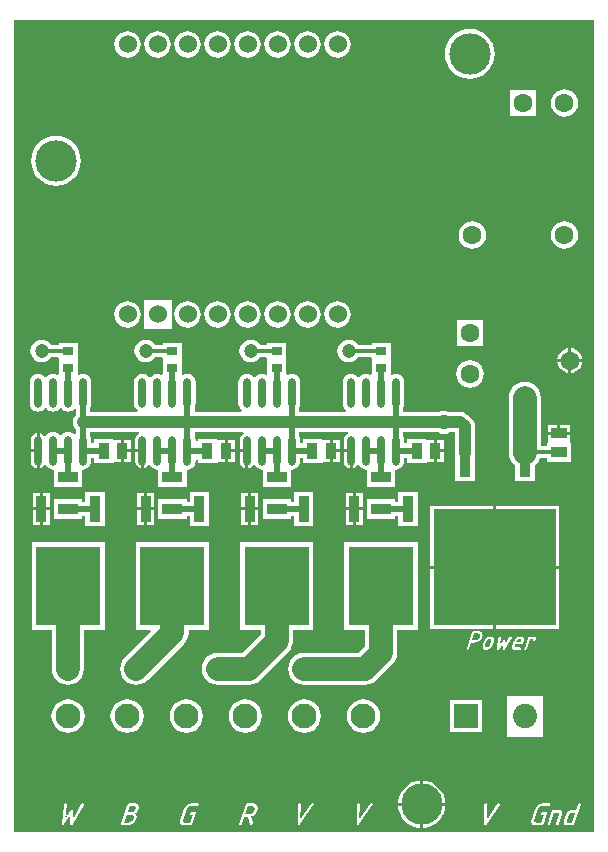
<source format=gtl>
G04*
G04 #@! TF.GenerationSoftware,Altium Limited,Altium Designer,18.0.9 (584)*
G04*
G04 Layer_Physical_Order=1*
G04 Layer_Color=255*
%FSLAX43Y43*%
%MOMM*%
G71*
G01*
G75*
%ADD10R,1.350X0.950*%
%ADD11O,0.700X2.500*%
%ADD12R,10.400X9.900*%
%ADD13R,0.950X4.150*%
%ADD14R,0.900X0.700*%
%ADD15R,1.700X0.950*%
%ADD16R,0.950X1.350*%
%ADD17R,0.950X2.200*%
%ADD18R,5.500X6.700*%
%ADD19C,0.300*%
%ADD20C,2.000*%
%ADD21C,1.000*%
%ADD22C,0.500*%
%ADD23C,3.500*%
%ADD24C,1.600*%
%ADD25C,2.050*%
%ADD26R,2.050X2.050*%
%ADD27C,1.524*%
%ADD28C,2.100*%
%ADD29C,1.270*%
%ADD30C,1.500*%
%ADD31C,1.200*%
G36*
X49715Y660D02*
X660D01*
X660Y69365D01*
X49715D01*
X49715Y660D01*
D02*
G37*
%LPC*%
G36*
X28025Y68447D02*
X27735Y68408D01*
X27464Y68296D01*
X27232Y68118D01*
X27054Y67886D01*
X26942Y67615D01*
X26903Y67325D01*
X26942Y67035D01*
X27054Y66764D01*
X27232Y66532D01*
X27464Y66354D01*
X27735Y66242D01*
X28025Y66203D01*
X28315Y66242D01*
X28586Y66354D01*
X28818Y66532D01*
X28996Y66764D01*
X29108Y67035D01*
X29147Y67325D01*
X29108Y67615D01*
X28996Y67886D01*
X28818Y68118D01*
X28586Y68296D01*
X28315Y68408D01*
X28025Y68447D01*
D02*
G37*
G36*
X25485D02*
X25195Y68408D01*
X24924Y68296D01*
X24692Y68118D01*
X24514Y67886D01*
X24402Y67615D01*
X24363Y67325D01*
X24402Y67035D01*
X24514Y66764D01*
X24692Y66532D01*
X24924Y66354D01*
X25195Y66242D01*
X25485Y66203D01*
X25775Y66242D01*
X26046Y66354D01*
X26278Y66532D01*
X26456Y66764D01*
X26568Y67035D01*
X26607Y67325D01*
X26568Y67615D01*
X26456Y67886D01*
X26278Y68118D01*
X26046Y68296D01*
X25775Y68408D01*
X25485Y68447D01*
D02*
G37*
G36*
X22945D02*
X22655Y68408D01*
X22384Y68296D01*
X22152Y68118D01*
X21974Y67886D01*
X21862Y67615D01*
X21823Y67325D01*
X21862Y67035D01*
X21974Y66764D01*
X22152Y66532D01*
X22384Y66354D01*
X22655Y66242D01*
X22945Y66203D01*
X23235Y66242D01*
X23506Y66354D01*
X23738Y66532D01*
X23916Y66764D01*
X24028Y67035D01*
X24067Y67325D01*
X24028Y67615D01*
X23916Y67886D01*
X23738Y68118D01*
X23506Y68296D01*
X23235Y68408D01*
X22945Y68447D01*
D02*
G37*
G36*
X20405D02*
X20115Y68408D01*
X19844Y68296D01*
X19612Y68118D01*
X19434Y67886D01*
X19322Y67615D01*
X19283Y67325D01*
X19322Y67035D01*
X19434Y66764D01*
X19612Y66532D01*
X19844Y66354D01*
X20115Y66242D01*
X20405Y66203D01*
X20695Y66242D01*
X20966Y66354D01*
X21198Y66532D01*
X21376Y66764D01*
X21488Y67035D01*
X21527Y67325D01*
X21488Y67615D01*
X21376Y67886D01*
X21198Y68118D01*
X20966Y68296D01*
X20695Y68408D01*
X20405Y68447D01*
D02*
G37*
G36*
X17865D02*
X17575Y68408D01*
X17304Y68296D01*
X17072Y68118D01*
X16894Y67886D01*
X16782Y67615D01*
X16743Y67325D01*
X16782Y67035D01*
X16894Y66764D01*
X17072Y66532D01*
X17304Y66354D01*
X17575Y66242D01*
X17865Y66203D01*
X18155Y66242D01*
X18426Y66354D01*
X18658Y66532D01*
X18836Y66764D01*
X18948Y67035D01*
X18987Y67325D01*
X18948Y67615D01*
X18836Y67886D01*
X18658Y68118D01*
X18426Y68296D01*
X18155Y68408D01*
X17865Y68447D01*
D02*
G37*
G36*
X15325D02*
X15035Y68408D01*
X14764Y68296D01*
X14532Y68118D01*
X14354Y67886D01*
X14242Y67615D01*
X14203Y67325D01*
X14242Y67035D01*
X14354Y66764D01*
X14532Y66532D01*
X14764Y66354D01*
X15035Y66242D01*
X15325Y66203D01*
X15615Y66242D01*
X15886Y66354D01*
X16118Y66532D01*
X16296Y66764D01*
X16408Y67035D01*
X16447Y67325D01*
X16408Y67615D01*
X16296Y67886D01*
X16118Y68118D01*
X15886Y68296D01*
X15615Y68408D01*
X15325Y68447D01*
D02*
G37*
G36*
X12785D02*
X12495Y68408D01*
X12224Y68296D01*
X11992Y68118D01*
X11814Y67886D01*
X11702Y67615D01*
X11663Y67325D01*
X11702Y67035D01*
X11814Y66764D01*
X11992Y66532D01*
X12224Y66354D01*
X12495Y66242D01*
X12785Y66203D01*
X13075Y66242D01*
X13346Y66354D01*
X13578Y66532D01*
X13756Y66764D01*
X13868Y67035D01*
X13907Y67325D01*
X13868Y67615D01*
X13756Y67886D01*
X13578Y68118D01*
X13346Y68296D01*
X13075Y68408D01*
X12785Y68447D01*
D02*
G37*
G36*
X10245D02*
X9955Y68408D01*
X9684Y68296D01*
X9452Y68118D01*
X9274Y67886D01*
X9162Y67615D01*
X9123Y67325D01*
X9162Y67035D01*
X9274Y66764D01*
X9452Y66532D01*
X9684Y66354D01*
X9955Y66242D01*
X10245Y66203D01*
X10535Y66242D01*
X10806Y66354D01*
X11038Y66532D01*
X11216Y66764D01*
X11328Y67035D01*
X11367Y67325D01*
X11328Y67615D01*
X11216Y67886D01*
X11038Y68118D01*
X10806Y68296D01*
X10535Y68408D01*
X10245Y68447D01*
D02*
G37*
G36*
X39200Y68635D02*
X38788Y68595D01*
X38392Y68475D01*
X38028Y68280D01*
X37708Y68017D01*
X37445Y67697D01*
X37250Y67333D01*
X37130Y66937D01*
X37090Y66525D01*
X37130Y66113D01*
X37250Y65717D01*
X37445Y65353D01*
X37708Y65033D01*
X38028Y64770D01*
X38392Y64575D01*
X38788Y64455D01*
X39200Y64415D01*
X39612Y64455D01*
X40008Y64575D01*
X40372Y64770D01*
X40692Y65033D01*
X40955Y65353D01*
X41150Y65717D01*
X41270Y66113D01*
X41310Y66525D01*
X41270Y66937D01*
X41150Y67333D01*
X40955Y67697D01*
X40692Y68017D01*
X40372Y68280D01*
X40008Y68475D01*
X39612Y68595D01*
X39200Y68635D01*
D02*
G37*
G36*
X44850Y63450D02*
X42600D01*
Y61250D01*
X44850D01*
Y63450D01*
D02*
G37*
G36*
X47225Y63510D02*
X46925Y63470D01*
X46645Y63355D01*
X46405Y63170D01*
X46220Y62930D01*
X46105Y62650D01*
X46065Y62350D01*
X46105Y62050D01*
X46220Y61770D01*
X46405Y61530D01*
X46645Y61345D01*
X46925Y61230D01*
X47225Y61190D01*
X47525Y61230D01*
X47805Y61345D01*
X48045Y61530D01*
X48230Y61770D01*
X48345Y62050D01*
X48385Y62350D01*
X48345Y62650D01*
X48230Y62930D01*
X48045Y63170D01*
X47805Y63355D01*
X47525Y63470D01*
X47225Y63510D01*
D02*
G37*
G36*
X4175Y59585D02*
X3763Y59545D01*
X3367Y59425D01*
X3003Y59230D01*
X2683Y58967D01*
X2420Y58647D01*
X2225Y58283D01*
X2105Y57887D01*
X2065Y57475D01*
X2105Y57063D01*
X2225Y56667D01*
X2420Y56303D01*
X2683Y55983D01*
X3003Y55720D01*
X3367Y55525D01*
X3763Y55405D01*
X4175Y55365D01*
X4587Y55405D01*
X4983Y55525D01*
X5347Y55720D01*
X5667Y55983D01*
X5930Y56303D01*
X6125Y56667D01*
X6245Y57063D01*
X6285Y57475D01*
X6245Y57887D01*
X6125Y58283D01*
X5930Y58647D01*
X5667Y58967D01*
X5347Y59230D01*
X4983Y59425D01*
X4587Y59545D01*
X4175Y59585D01*
D02*
G37*
G36*
X47225Y52335D02*
X46925Y52295D01*
X46645Y52180D01*
X46405Y51995D01*
X46220Y51755D01*
X46105Y51475D01*
X46065Y51175D01*
X46105Y50875D01*
X46220Y50595D01*
X46405Y50355D01*
X46645Y50170D01*
X46925Y50055D01*
X47225Y50015D01*
X47525Y50055D01*
X47805Y50170D01*
X48045Y50355D01*
X48230Y50595D01*
X48345Y50875D01*
X48385Y51175D01*
X48345Y51475D01*
X48230Y51755D01*
X48045Y51995D01*
X47805Y52180D01*
X47525Y52295D01*
X47225Y52335D01*
D02*
G37*
G36*
X39425D02*
X39125Y52295D01*
X38845Y52180D01*
X38605Y51995D01*
X38420Y51755D01*
X38305Y51475D01*
X38265Y51175D01*
X38305Y50875D01*
X38420Y50595D01*
X38605Y50355D01*
X38845Y50170D01*
X39125Y50055D01*
X39425Y50015D01*
X39725Y50055D01*
X40005Y50170D01*
X40245Y50355D01*
X40430Y50595D01*
X40545Y50875D01*
X40585Y51175D01*
X40545Y51475D01*
X40430Y51755D01*
X40245Y51995D01*
X40005Y52180D01*
X39725Y52295D01*
X39425Y52335D01*
D02*
G37*
G36*
X28025Y45587D02*
X27735Y45548D01*
X27464Y45436D01*
X27232Y45258D01*
X27054Y45026D01*
X26942Y44755D01*
X26903Y44465D01*
X26942Y44175D01*
X27054Y43904D01*
X27232Y43672D01*
X27464Y43494D01*
X27735Y43382D01*
X28025Y43343D01*
X28315Y43382D01*
X28586Y43494D01*
X28818Y43672D01*
X28996Y43904D01*
X29108Y44175D01*
X29147Y44465D01*
X29108Y44755D01*
X28996Y45026D01*
X28818Y45258D01*
X28586Y45436D01*
X28315Y45548D01*
X28025Y45587D01*
D02*
G37*
G36*
X25485D02*
X25195Y45548D01*
X24924Y45436D01*
X24692Y45258D01*
X24514Y45026D01*
X24402Y44755D01*
X24363Y44465D01*
X24402Y44175D01*
X24514Y43904D01*
X24692Y43672D01*
X24924Y43494D01*
X25195Y43382D01*
X25485Y43343D01*
X25775Y43382D01*
X26046Y43494D01*
X26278Y43672D01*
X26456Y43904D01*
X26568Y44175D01*
X26607Y44465D01*
X26568Y44755D01*
X26456Y45026D01*
X26278Y45258D01*
X26046Y45436D01*
X25775Y45548D01*
X25485Y45587D01*
D02*
G37*
G36*
X22945D02*
X22655Y45548D01*
X22384Y45436D01*
X22152Y45258D01*
X21974Y45026D01*
X21862Y44755D01*
X21823Y44465D01*
X21862Y44175D01*
X21974Y43904D01*
X22152Y43672D01*
X22384Y43494D01*
X22655Y43382D01*
X22945Y43343D01*
X23235Y43382D01*
X23506Y43494D01*
X23738Y43672D01*
X23916Y43904D01*
X24028Y44175D01*
X24067Y44465D01*
X24028Y44755D01*
X23916Y45026D01*
X23738Y45258D01*
X23506Y45436D01*
X23235Y45548D01*
X22945Y45587D01*
D02*
G37*
G36*
X20405D02*
X20115Y45548D01*
X19844Y45436D01*
X19612Y45258D01*
X19434Y45026D01*
X19322Y44755D01*
X19283Y44465D01*
X19322Y44175D01*
X19434Y43904D01*
X19612Y43672D01*
X19844Y43494D01*
X20115Y43382D01*
X20405Y43343D01*
X20695Y43382D01*
X20966Y43494D01*
X21198Y43672D01*
X21376Y43904D01*
X21488Y44175D01*
X21527Y44465D01*
X21488Y44755D01*
X21376Y45026D01*
X21198Y45258D01*
X20966Y45436D01*
X20695Y45548D01*
X20405Y45587D01*
D02*
G37*
G36*
X17865D02*
X17575Y45548D01*
X17304Y45436D01*
X17072Y45258D01*
X16894Y45026D01*
X16782Y44755D01*
X16743Y44465D01*
X16782Y44175D01*
X16894Y43904D01*
X17072Y43672D01*
X17304Y43494D01*
X17575Y43382D01*
X17865Y43343D01*
X18155Y43382D01*
X18426Y43494D01*
X18658Y43672D01*
X18836Y43904D01*
X18948Y44175D01*
X18987Y44465D01*
X18948Y44755D01*
X18836Y45026D01*
X18658Y45258D01*
X18426Y45436D01*
X18155Y45548D01*
X17865Y45587D01*
D02*
G37*
G36*
X15325D02*
X15035Y45548D01*
X14764Y45436D01*
X14532Y45258D01*
X14354Y45026D01*
X14242Y44755D01*
X14203Y44465D01*
X14242Y44175D01*
X14354Y43904D01*
X14532Y43672D01*
X14764Y43494D01*
X15035Y43382D01*
X15325Y43343D01*
X15615Y43382D01*
X15886Y43494D01*
X16118Y43672D01*
X16296Y43904D01*
X16408Y44175D01*
X16447Y44465D01*
X16408Y44755D01*
X16296Y45026D01*
X16118Y45258D01*
X15886Y45436D01*
X15615Y45548D01*
X15325Y45587D01*
D02*
G37*
G36*
X10245D02*
X9955Y45548D01*
X9684Y45436D01*
X9452Y45258D01*
X9274Y45026D01*
X9162Y44755D01*
X9123Y44465D01*
X9162Y44175D01*
X9274Y43904D01*
X9452Y43672D01*
X9684Y43494D01*
X9955Y43382D01*
X10245Y43343D01*
X10535Y43382D01*
X10806Y43494D01*
X11038Y43672D01*
X11216Y43904D01*
X11328Y44175D01*
X11367Y44465D01*
X11328Y44755D01*
X11216Y45026D01*
X11038Y45258D01*
X10806Y45436D01*
X10535Y45548D01*
X10245Y45587D01*
D02*
G37*
G36*
X13962Y45700D02*
X11613D01*
Y43200D01*
X13988D01*
Y45675D01*
X13962Y45700D01*
D02*
G37*
G36*
X40350Y44025D02*
X38100D01*
Y41825D01*
X40350D01*
Y44025D01*
D02*
G37*
G36*
X47802Y41596D02*
Y40677D01*
X48721D01*
X48702Y40825D01*
X48596Y41082D01*
X48427Y41302D01*
X48207Y41471D01*
X47950Y41577D01*
X47802Y41596D01*
D02*
G37*
G36*
X47548D02*
X47400Y41577D01*
X47143Y41471D01*
X46923Y41302D01*
X46754Y41082D01*
X46648Y40825D01*
X46629Y40677D01*
X47548D01*
Y41596D01*
D02*
G37*
G36*
X48721Y40423D02*
X47802D01*
Y39504D01*
X47950Y39523D01*
X48207Y39629D01*
X48427Y39798D01*
X48596Y40018D01*
X48702Y40275D01*
X48721Y40423D01*
D02*
G37*
G36*
X47548D02*
X46629D01*
X46648Y40275D01*
X46754Y40018D01*
X46923Y39798D01*
X47143Y39629D01*
X47400Y39523D01*
X47548Y39504D01*
Y40423D01*
D02*
G37*
G36*
X20650Y42333D02*
X20402Y42301D01*
X20171Y42205D01*
X19972Y42053D01*
X19820Y41854D01*
X19724Y41623D01*
X19692Y41375D01*
X19724Y41127D01*
X19820Y40896D01*
X19972Y40697D01*
X20171Y40545D01*
X20402Y40449D01*
X20650Y40417D01*
X20898Y40449D01*
X21129Y40545D01*
X21328Y40697D01*
X21446Y40851D01*
X21977D01*
X22067Y40762D01*
X22067Y40661D01*
X22067Y40534D01*
Y39391D01*
X22032Y39374D01*
X21940Y39342D01*
X21779Y39408D01*
X21597Y39432D01*
X21414Y39408D01*
X21244Y39337D01*
X21097Y39225D01*
X21040Y39151D01*
X20883D01*
X20826Y39225D01*
X20680Y39337D01*
X20509Y39408D01*
X20327Y39432D01*
X20144Y39408D01*
X19974Y39337D01*
X19827Y39225D01*
X19715Y39079D01*
X19645Y38909D01*
X19621Y38726D01*
Y36926D01*
X19645Y36743D01*
X19715Y36573D01*
X19827Y36427D01*
X19915Y36359D01*
X19872Y36232D01*
X15915D01*
Y36574D01*
X15985Y36743D01*
X16009Y36926D01*
Y38726D01*
X15985Y38909D01*
X15915Y39079D01*
X15803Y39225D01*
X15656Y39337D01*
X15486Y39408D01*
X15303Y39432D01*
X15121Y39408D01*
X14960Y39342D01*
X14868Y39374D01*
X14833Y39391D01*
Y40534D01*
X14833Y40639D01*
X14833Y40766D01*
Y42061D01*
X13233D01*
Y41885D01*
X12581D01*
X12453Y42053D01*
X12254Y42205D01*
X12023Y42301D01*
X11775Y42333D01*
X11527Y42301D01*
X11296Y42205D01*
X11097Y42053D01*
X10945Y41854D01*
X10849Y41623D01*
X10817Y41375D01*
X10849Y41127D01*
X10945Y40896D01*
X11097Y40697D01*
X11296Y40545D01*
X11527Y40449D01*
X11775Y40417D01*
X12023Y40449D01*
X12254Y40545D01*
X12453Y40697D01*
X12581Y40865D01*
X13144D01*
X13233Y40775D01*
X13233Y40661D01*
X13233Y40534D01*
Y39391D01*
X13199Y39374D01*
X13106Y39342D01*
X12946Y39408D01*
X12763Y39432D01*
X12581Y39408D01*
X12410Y39337D01*
X12264Y39225D01*
X12207Y39151D01*
X12050D01*
X11993Y39225D01*
X11846Y39337D01*
X11676Y39408D01*
X11493Y39432D01*
X11311Y39408D01*
X11140Y39337D01*
X10994Y39225D01*
X10882Y39079D01*
X10811Y38909D01*
X10787Y38726D01*
Y36926D01*
X10811Y36743D01*
X10882Y36573D01*
X10994Y36427D01*
X11082Y36359D01*
X11039Y36232D01*
X7082D01*
Y36574D01*
X7152Y36743D01*
X7176Y36926D01*
Y38726D01*
X7152Y38909D01*
X7081Y39079D01*
X6969Y39225D01*
X6823Y39337D01*
X6653Y39408D01*
X6470Y39432D01*
X6287Y39408D01*
X6127Y39342D01*
X6035Y39374D01*
X6000Y39391D01*
Y40534D01*
X6000Y40639D01*
X6000Y40766D01*
Y42061D01*
X4400D01*
Y41871D01*
X3767D01*
X3628Y42053D01*
X3429Y42205D01*
X3198Y42301D01*
X2950Y42333D01*
X2702Y42301D01*
X2471Y42205D01*
X2272Y42053D01*
X2120Y41854D01*
X2024Y41623D01*
X1992Y41375D01*
X2024Y41127D01*
X2120Y40896D01*
X2272Y40697D01*
X2471Y40545D01*
X2702Y40449D01*
X2950Y40417D01*
X3198Y40449D01*
X3429Y40545D01*
X3628Y40697D01*
X3746Y40851D01*
X4310D01*
X4400Y40762D01*
X4400Y40661D01*
X4400Y40534D01*
Y39391D01*
X4365Y39374D01*
X4273Y39342D01*
X4113Y39408D01*
X3930Y39432D01*
X3747Y39408D01*
X3577Y39337D01*
X3431Y39225D01*
X3374Y39151D01*
X3216D01*
X3159Y39225D01*
X3013Y39337D01*
X2843Y39408D01*
X2660Y39432D01*
X2477Y39408D01*
X2307Y39337D01*
X2161Y39225D01*
X2049Y39079D01*
X1978Y38909D01*
X1954Y38726D01*
Y36926D01*
X1978Y36743D01*
X2049Y36573D01*
X2161Y36427D01*
X2307Y36315D01*
X2477Y36244D01*
X2660Y36220D01*
X2843Y36244D01*
X3013Y36315D01*
X3159Y36427D01*
X3216Y36501D01*
X3374D01*
X3431Y36427D01*
X3577Y36315D01*
X3747Y36244D01*
X3930Y36220D01*
X4113Y36244D01*
X4283Y36315D01*
X4429Y36427D01*
X4486Y36501D01*
X4644D01*
X4701Y36427D01*
X4847Y36315D01*
X5017Y36244D01*
X5200Y36220D01*
X5383Y36244D01*
X5553Y36315D01*
X5699Y36427D01*
X5731Y36468D01*
X5858Y36425D01*
Y35974D01*
X5728Y35804D01*
X5642Y35597D01*
X5613Y35375D01*
X5642Y35153D01*
X5728Y34946D01*
X5858Y34776D01*
Y34327D01*
X5731Y34284D01*
X5699Y34325D01*
X5553Y34437D01*
X5383Y34508D01*
X5200Y34532D01*
X5017Y34508D01*
X4847Y34437D01*
X4701Y34325D01*
X4644Y34251D01*
X4486D01*
X4429Y34325D01*
X4283Y34437D01*
X4113Y34508D01*
X3930Y34532D01*
X3747Y34508D01*
X3577Y34437D01*
X3431Y34325D01*
X3319Y34179D01*
X3313Y34165D01*
X3169Y34151D01*
X3095Y34261D01*
X2896Y34395D01*
X2787Y34417D01*
Y32926D01*
Y31435D01*
X2896Y31457D01*
X3095Y31591D01*
X3169Y31701D01*
X3313Y31687D01*
X3319Y31673D01*
X3431Y31527D01*
X3577Y31415D01*
X3747Y31344D01*
X3930Y31320D01*
X4000Y31259D01*
Y29875D01*
X6400D01*
Y31259D01*
X6470Y31320D01*
X6653Y31344D01*
X6823Y31415D01*
X6969Y31527D01*
X7081Y31673D01*
X7152Y31843D01*
X7176Y32026D01*
Y32314D01*
X7375D01*
Y31900D01*
X9025Y31900D01*
X9100Y31996D01*
X9152Y31996D01*
X9673D01*
Y32925D01*
Y33854D01*
X9100Y33854D01*
X9025Y33950D01*
X8996Y33950D01*
X7375D01*
Y33538D01*
X7176D01*
Y33826D01*
X7152Y34009D01*
X7082Y34178D01*
Y34518D01*
X11202D01*
X11253Y34400D01*
X11251Y34391D01*
X11058Y34261D01*
X10924Y34062D01*
X10877Y33826D01*
Y33053D01*
X11493D01*
Y32926D01*
X11620D01*
Y31435D01*
X11729Y31457D01*
X11929Y31591D01*
X12003Y31701D01*
X12146Y31687D01*
X12152Y31673D01*
X12264Y31527D01*
X12410Y31415D01*
X12581Y31344D01*
X12763Y31320D01*
X12833Y31259D01*
Y29875D01*
X15233D01*
Y31259D01*
X15303Y31320D01*
X15486Y31344D01*
X15656Y31415D01*
X15803Y31527D01*
X15915Y31673D01*
X15985Y31843D01*
X16009Y32026D01*
Y32141D01*
X16135Y32226D01*
X16175Y32210D01*
Y31900D01*
X17825Y31900D01*
X17900Y31996D01*
X17952Y31996D01*
X18473D01*
Y32925D01*
Y33854D01*
X17900Y33854D01*
X17825Y33950D01*
X17796Y33950D01*
X16175D01*
Y33710D01*
X16049Y33625D01*
X16009Y33641D01*
Y33826D01*
X15985Y34009D01*
X15915Y34178D01*
Y34518D01*
X20035D01*
X20086Y34400D01*
X20085Y34391D01*
X19891Y34261D01*
X19758Y34062D01*
X19711Y33826D01*
Y33053D01*
X20327D01*
Y32926D01*
X20454D01*
Y31435D01*
X20562Y31457D01*
X20762Y31591D01*
X20836Y31701D01*
X20979Y31687D01*
X20985Y31673D01*
X21097Y31527D01*
X21244Y31415D01*
X21414Y31344D01*
X21597Y31320D01*
X21667Y31259D01*
Y29875D01*
X24067D01*
Y31259D01*
X24137Y31320D01*
X24319Y31344D01*
X24490Y31415D01*
X24636Y31527D01*
X24748Y31673D01*
X24819Y31843D01*
X24843Y32026D01*
Y32314D01*
X25050D01*
Y31900D01*
X26700Y31900D01*
X26775Y31996D01*
X26827Y31996D01*
X27348D01*
Y32925D01*
Y33854D01*
X26775Y33854D01*
X26700Y33950D01*
X26671Y33950D01*
X25050D01*
Y33538D01*
X24843D01*
Y33826D01*
X24819Y34009D01*
X24748Y34178D01*
Y34518D01*
X28868D01*
X28920Y34400D01*
X28918Y34391D01*
X28725Y34261D01*
X28591Y34062D01*
X28544Y33826D01*
Y33053D01*
X29160D01*
Y32926D01*
X29287D01*
Y31435D01*
X29396Y31457D01*
X29595Y31591D01*
X29669Y31701D01*
X29813Y31687D01*
X29819Y31673D01*
X29931Y31527D01*
X30077Y31415D01*
X30247Y31344D01*
X30430Y31320D01*
X30500Y31259D01*
Y29875D01*
X32900D01*
Y31259D01*
X32970Y31320D01*
X33153Y31344D01*
X33323Y31415D01*
X33469Y31527D01*
X33581Y31673D01*
X33652Y31843D01*
X33676Y32026D01*
Y32313D01*
X33875D01*
Y31900D01*
X35525Y31900D01*
X35600Y31996D01*
X35652Y31996D01*
X36173D01*
Y32925D01*
Y33854D01*
X35600Y33854D01*
X35525Y33950D01*
X35496Y33950D01*
X33875D01*
Y33537D01*
X33676D01*
Y33826D01*
X33652Y34009D01*
X33582Y34178D01*
Y34518D01*
X36434D01*
X36503Y34465D01*
X36743Y34365D01*
X37000Y34332D01*
X37257Y34365D01*
X37497Y34465D01*
X37566Y34518D01*
X37928D01*
Y32750D01*
X37957Y32528D01*
X37960Y32521D01*
Y30325D01*
X39610D01*
Y32521D01*
X39613Y32528D01*
X39642Y32750D01*
Y34990D01*
X39613Y35212D01*
X39527Y35419D01*
X39391Y35596D01*
X39006Y35981D01*
X38829Y36117D01*
X38622Y36203D01*
X38400Y36232D01*
X37383D01*
X37257Y36285D01*
X37000Y36319D01*
X36743Y36285D01*
X36617Y36232D01*
X33582D01*
Y36574D01*
X33652Y36743D01*
X33676Y36926D01*
Y38726D01*
X33652Y38909D01*
X33581Y39079D01*
X33469Y39225D01*
X33323Y39337D01*
X33153Y39408D01*
X32970Y39432D01*
X32787Y39408D01*
X32627Y39342D01*
X32535Y39374D01*
X32500Y39391D01*
Y40534D01*
X32500Y40639D01*
X32500Y40766D01*
Y42061D01*
X30900D01*
Y41860D01*
X29756D01*
X29628Y42028D01*
X29429Y42180D01*
X29198Y42276D01*
X28950Y42308D01*
X28702Y42276D01*
X28471Y42180D01*
X28272Y42028D01*
X28120Y41829D01*
X28024Y41598D01*
X27992Y41350D01*
X28024Y41102D01*
X28120Y40871D01*
X28272Y40672D01*
X28471Y40520D01*
X28702Y40424D01*
X28950Y40392D01*
X29198Y40424D01*
X29429Y40520D01*
X29628Y40672D01*
X29756Y40840D01*
X30810D01*
X30900Y40750D01*
Y40661D01*
X30900Y40534D01*
Y39391D01*
X30865Y39374D01*
X30773Y39342D01*
X30613Y39408D01*
X30430Y39432D01*
X30247Y39408D01*
X30077Y39337D01*
X29931Y39225D01*
X29874Y39151D01*
X29716D01*
X29659Y39225D01*
X29513Y39337D01*
X29343Y39408D01*
X29160Y39432D01*
X28977Y39408D01*
X28807Y39337D01*
X28661Y39225D01*
X28549Y39079D01*
X28478Y38909D01*
X28454Y38726D01*
Y36926D01*
X28478Y36743D01*
X28549Y36573D01*
X28661Y36427D01*
X28749Y36359D01*
X28706Y36232D01*
X24748D01*
Y36574D01*
X24819Y36743D01*
X24843Y36926D01*
Y38726D01*
X24819Y38909D01*
X24748Y39079D01*
X24636Y39225D01*
X24490Y39337D01*
X24319Y39408D01*
X24137Y39432D01*
X23954Y39408D01*
X23794Y39342D01*
X23701Y39374D01*
X23667Y39391D01*
Y40534D01*
X23667Y40639D01*
X23667Y40766D01*
Y42061D01*
X22067D01*
Y41871D01*
X21467D01*
X21328Y42053D01*
X21129Y42205D01*
X20898Y42301D01*
X20650Y42333D01*
D02*
G37*
G36*
X39225Y40585D02*
X38925Y40545D01*
X38645Y40430D01*
X38405Y40245D01*
X38220Y40005D01*
X38105Y39725D01*
X38065Y39425D01*
X38105Y39125D01*
X38220Y38845D01*
X38405Y38605D01*
X38645Y38420D01*
X38925Y38305D01*
X39225Y38265D01*
X39525Y38305D01*
X39805Y38420D01*
X40045Y38605D01*
X40230Y38845D01*
X40345Y39125D01*
X40385Y39425D01*
X40345Y39725D01*
X40230Y40005D01*
X40045Y40245D01*
X39805Y40430D01*
X39525Y40545D01*
X39225Y40585D01*
D02*
G37*
G36*
X47679Y35104D02*
X46877D01*
Y34502D01*
X47679D01*
Y35104D01*
D02*
G37*
G36*
X46623D02*
X45821D01*
Y34502D01*
X46623D01*
Y35104D01*
D02*
G37*
G36*
X2533Y34417D02*
X2424Y34395D01*
X2225Y34261D01*
X2091Y34062D01*
X2044Y33826D01*
Y33053D01*
X2533D01*
Y34417D01*
D02*
G37*
G36*
X18727Y33854D02*
Y33052D01*
X19329D01*
Y33854D01*
X18727D01*
D02*
G37*
G36*
X36427D02*
Y33052D01*
X37029D01*
Y33854D01*
X36427D01*
D02*
G37*
G36*
X9927D02*
Y33052D01*
X10529D01*
Y33854D01*
X9927D01*
D02*
G37*
G36*
X27602D02*
Y33052D01*
X28204D01*
Y33854D01*
X27602D01*
D02*
G37*
G36*
X37029Y32798D02*
X36427D01*
Y31996D01*
X37029D01*
Y32798D01*
D02*
G37*
G36*
X28204Y32798D02*
X27602D01*
Y31996D01*
X28204D01*
Y32798D01*
D02*
G37*
G36*
X19329Y32798D02*
X18727D01*
Y31996D01*
X19329D01*
Y32798D01*
D02*
G37*
G36*
X10529Y32798D02*
X9927D01*
Y31996D01*
X10529D01*
Y32798D01*
D02*
G37*
G36*
X43865Y38762D02*
X43513Y38715D01*
X43184Y38579D01*
X42902Y38363D01*
X42686Y38081D01*
X42550Y37752D01*
X42503Y37400D01*
Y32750D01*
X42550Y32398D01*
X42686Y32069D01*
X42902Y31787D01*
X43040Y31681D01*
Y30325D01*
X44690D01*
Y31681D01*
X44828Y31787D01*
X45044Y32069D01*
X45125Y32265D01*
X45725D01*
Y31950D01*
X47775D01*
X47775Y33600D01*
X47679Y33675D01*
X47679Y33727D01*
Y34248D01*
X45821D01*
X45821Y33675D01*
X45725Y33600D01*
X45725Y33571D01*
Y33285D01*
X45227D01*
Y37400D01*
X45180Y37752D01*
X45044Y38081D01*
X44828Y38363D01*
X44546Y38579D01*
X44217Y38715D01*
X43865Y38762D01*
D02*
G37*
G36*
X29033Y32799D02*
X28544D01*
Y32026D01*
X28591Y31790D01*
X28725Y31591D01*
X28924Y31457D01*
X29033Y31435D01*
Y32799D01*
D02*
G37*
G36*
X20200D02*
X19711D01*
Y32026D01*
X19758Y31790D01*
X19891Y31591D01*
X20091Y31457D01*
X20200Y31435D01*
Y32799D01*
D02*
G37*
G36*
X11366D02*
X10877D01*
Y32026D01*
X10924Y31790D01*
X11058Y31591D01*
X11258Y31457D01*
X11366Y31435D01*
Y32799D01*
D02*
G37*
G36*
X2533D02*
X2044D01*
Y32026D01*
X2091Y31790D01*
X2225Y31591D01*
X2424Y31457D01*
X2533Y31435D01*
Y32799D01*
D02*
G37*
G36*
X34805Y29450D02*
X33155D01*
Y28612D01*
X32900D01*
Y28825D01*
X30500D01*
Y27175D01*
X32900D01*
Y27388D01*
X33155D01*
Y26550D01*
X34805D01*
Y29450D01*
D02*
G37*
G36*
X25972D02*
X24322D01*
Y28612D01*
X24067D01*
Y28825D01*
X21667D01*
Y27175D01*
X24067D01*
Y27388D01*
X24322D01*
Y26550D01*
X25972D01*
Y29450D01*
D02*
G37*
G36*
X17138D02*
X15488D01*
Y28612D01*
X15233D01*
Y28825D01*
X12833D01*
Y27175D01*
X15233D01*
Y27388D01*
X15488D01*
Y26550D01*
X17138D01*
Y29450D01*
D02*
G37*
G36*
X8305D02*
X6655D01*
Y28612D01*
X6400D01*
Y28825D01*
X4000D01*
Y27175D01*
X6400D01*
Y27388D01*
X6655D01*
Y26550D01*
X8305D01*
Y29450D01*
D02*
G37*
G36*
X30149Y29354D02*
X29547D01*
Y28127D01*
X30149D01*
Y29354D01*
D02*
G37*
G36*
X29293D02*
X28691D01*
Y28127D01*
X29293D01*
Y29354D01*
D02*
G37*
G36*
X21316D02*
X20714D01*
Y28127D01*
X21316D01*
Y29354D01*
D02*
G37*
G36*
X20460D02*
X19858D01*
Y28127D01*
X20460D01*
Y29354D01*
D02*
G37*
G36*
X12482D02*
X11880D01*
Y28127D01*
X12482D01*
Y29354D01*
D02*
G37*
G36*
X11626D02*
X11024D01*
Y28127D01*
X11626D01*
Y29354D01*
D02*
G37*
G36*
X3649D02*
X3047D01*
Y28127D01*
X3649D01*
Y29354D01*
D02*
G37*
G36*
X2793D02*
X2191D01*
Y28127D01*
X2793D01*
Y29354D01*
D02*
G37*
G36*
X30149Y27873D02*
X29547D01*
Y26646D01*
X30149D01*
Y27873D01*
D02*
G37*
G36*
X29293D02*
X28691D01*
Y26646D01*
X29293D01*
Y27873D01*
D02*
G37*
G36*
X21316D02*
X20714D01*
Y26646D01*
X21316D01*
Y27873D01*
D02*
G37*
G36*
X20460D02*
X19858D01*
Y26646D01*
X20460D01*
Y27873D01*
D02*
G37*
G36*
X12482D02*
X11880D01*
Y26646D01*
X12482D01*
Y27873D01*
D02*
G37*
G36*
X11626D02*
X11024D01*
Y26646D01*
X11626D01*
Y27873D01*
D02*
G37*
G36*
X3649D02*
X3047D01*
Y26646D01*
X3649D01*
Y27873D01*
D02*
G37*
G36*
X2793D02*
X2191D01*
Y26646D01*
X2793D01*
Y27873D01*
D02*
G37*
G36*
X46779Y28254D02*
X41452D01*
Y23177D01*
X46779D01*
Y28254D01*
D02*
G37*
G36*
X41198D02*
X35871D01*
Y23177D01*
X41198D01*
Y28254D01*
D02*
G37*
G36*
X46779Y22923D02*
X41452D01*
Y17846D01*
X46779D01*
Y22923D01*
D02*
G37*
G36*
X41198D02*
X35871D01*
Y17846D01*
X41198D01*
Y22923D01*
D02*
G37*
G36*
X44764Y17186D02*
X44293D01*
X44258Y17184D01*
X44231Y17172D01*
X44208Y17154D01*
X44187Y17137D01*
X44176Y17116D01*
X44164Y17102D01*
X44161Y17090D01*
X44158Y17084D01*
X43842Y16156D01*
X43836Y16138D01*
Y16123D01*
X43839Y16097D01*
X43848Y16079D01*
X43862Y16068D01*
X43880Y16062D01*
X43894Y16059D01*
X43906Y16056D01*
X43909D01*
X43944Y16059D01*
X43976Y16071D01*
X44000Y16088D01*
X44017Y16106D01*
X44032Y16123D01*
X44041Y16141D01*
X44044Y16153D01*
X44047Y16156D01*
X44328Y16984D01*
X44589D01*
X44571Y16929D01*
X44565Y16911D01*
Y16897D01*
X44568Y16870D01*
X44577Y16853D01*
X44591Y16841D01*
X44609Y16835D01*
X44624Y16832D01*
X44635Y16829D01*
X44638D01*
X44673Y16832D01*
X44703Y16844D01*
X44726Y16861D01*
X44747Y16879D01*
X44758Y16897D01*
X44770Y16914D01*
X44773Y16926D01*
X44776Y16929D01*
X44829Y17084D01*
X44835Y17102D01*
Y17119D01*
X44832Y17143D01*
X44820Y17160D01*
X44805Y17175D01*
X44791Y17181D01*
X44773Y17184D01*
X44764Y17186D01*
D02*
G37*
G36*
X42697D02*
X42691D01*
X42664Y17184D01*
X42641Y17175D01*
X42618Y17160D01*
X42600Y17148D01*
X42585Y17134D01*
X42577Y17119D01*
X42571Y17110D01*
X42568Y17107D01*
X42187Y16440D01*
X42196Y16809D01*
X42193Y16832D01*
X42184Y16847D01*
X42172Y16858D01*
X42158Y16867D01*
X42146Y16873D01*
X42134Y16876D01*
X42123D01*
X42096Y16873D01*
X42073Y16864D01*
X42052Y16856D01*
X42035Y16844D01*
X42020Y16829D01*
X42011Y16820D01*
X42005Y16812D01*
X42003Y16809D01*
X41762Y16440D01*
X41839Y17119D01*
X41836Y17143D01*
X41830Y17157D01*
X41818Y17169D01*
X41803Y17178D01*
X41789Y17184D01*
X41774Y17186D01*
X41762D01*
X41727Y17184D01*
X41701Y17172D01*
X41677Y17154D01*
X41657Y17137D01*
X41645Y17119D01*
X41634Y17102D01*
X41631Y17090D01*
X41628Y17087D01*
X41625Y17075D01*
X41622Y17066D01*
Y17063D01*
Y17061D01*
X41540Y16144D01*
Y16115D01*
X41549Y16094D01*
X41557Y16076D01*
X41572Y16068D01*
X41587Y16062D01*
X41598Y16059D01*
X41607Y16056D01*
X41610D01*
X41636Y16059D01*
X41660Y16068D01*
X41680Y16079D01*
X41701Y16094D01*
X41716Y16106D01*
X41727Y16118D01*
X41733Y16126D01*
X41736Y16129D01*
X42005Y16530D01*
X42003Y16126D01*
X42005Y16103D01*
X42014Y16085D01*
X42026Y16074D01*
X42041Y16065D01*
X42052Y16059D01*
X42064Y16056D01*
X42076D01*
X42105Y16059D01*
X42131Y16071D01*
X42155Y16082D01*
X42172Y16100D01*
X42187Y16115D01*
X42199Y16129D01*
X42205Y16138D01*
X42208Y16141D01*
X42749Y17061D01*
X42758Y17078D01*
X42761Y17084D01*
Y17087D01*
X42764Y17102D01*
X42767Y17116D01*
X42761Y17137D01*
X42755Y17151D01*
X42752Y17157D01*
X42735Y17175D01*
X42714Y17184D01*
X42697Y17186D01*
D02*
G37*
G36*
X43514D02*
X43496D01*
X43435Y17181D01*
X43373Y17169D01*
X43318Y17148D01*
X43268Y17128D01*
X43224Y17104D01*
X43194Y17084D01*
X43180Y17078D01*
X43174Y17072D01*
X43168Y17066D01*
X43165D01*
X43110Y17020D01*
X43063Y16970D01*
X43025Y16920D01*
X42995Y16876D01*
X42972Y16835D01*
X42957Y16803D01*
X42951Y16791D01*
X42949Y16782D01*
X42946Y16776D01*
Y16774D01*
X42814Y16387D01*
X42802Y16337D01*
X42796Y16290D01*
X42799Y16249D01*
X42805Y16217D01*
X42811Y16188D01*
X42820Y16167D01*
X42825Y16156D01*
X42828Y16150D01*
X42855Y16118D01*
X42887Y16097D01*
X42922Y16079D01*
X42954Y16068D01*
X42987Y16062D01*
X43010Y16059D01*
X43028Y16056D01*
X43420D01*
X43455Y16059D01*
X43487Y16071D01*
X43511Y16088D01*
X43531Y16106D01*
X43543Y16123D01*
X43555Y16141D01*
X43558Y16153D01*
X43561Y16156D01*
X43566Y16173D01*
Y16191D01*
X43564Y16214D01*
X43552Y16232D01*
X43537Y16246D01*
X43523Y16252D01*
X43505Y16255D01*
X43496Y16258D01*
X43104D01*
X43086Y16261D01*
X43069Y16264D01*
X43045Y16276D01*
X43030Y16287D01*
X43025Y16293D01*
X43019Y16308D01*
X43013Y16325D01*
Y16355D01*
X43016Y16366D01*
Y16378D01*
X43019Y16384D01*
Y16387D01*
X43063Y16519D01*
X43684D01*
X43769Y16774D01*
X43777Y16806D01*
X43783Y16835D01*
X43789Y16894D01*
Y16943D01*
X43780Y16984D01*
X43771Y17020D01*
X43760Y17046D01*
X43751Y17061D01*
X43748Y17066D01*
X43716Y17107D01*
X43678Y17137D01*
X43634Y17157D01*
X43593Y17172D01*
X43555Y17181D01*
X43525Y17184D01*
X43514Y17186D01*
D02*
G37*
G36*
X40983D02*
X40966D01*
X40904Y17181D01*
X40843Y17169D01*
X40787Y17148D01*
X40737Y17128D01*
X40693Y17104D01*
X40664Y17084D01*
X40650Y17078D01*
X40644Y17072D01*
X40638Y17066D01*
X40635D01*
X40579Y17020D01*
X40532Y16970D01*
X40494Y16920D01*
X40465Y16876D01*
X40442Y16835D01*
X40427Y16803D01*
X40421Y16791D01*
X40418Y16782D01*
X40415Y16776D01*
Y16774D01*
X40310Y16466D01*
X40301Y16434D01*
X40295Y16405D01*
X40289Y16349D01*
Y16296D01*
X40298Y16255D01*
X40310Y16220D01*
X40319Y16194D01*
X40327Y16179D01*
X40330Y16173D01*
X40363Y16135D01*
X40404Y16106D01*
X40445Y16085D01*
X40486Y16071D01*
X40524Y16062D01*
X40553Y16059D01*
X40565Y16056D01*
X40582D01*
X40647Y16062D01*
X40705Y16074D01*
X40761Y16094D01*
X40811Y16118D01*
X40855Y16138D01*
X40887Y16159D01*
X40898Y16164D01*
X40907Y16170D01*
X40910Y16176D01*
X40913D01*
X40969Y16223D01*
X41016Y16273D01*
X41054Y16320D01*
X41083Y16366D01*
X41106Y16407D01*
X41121Y16437D01*
X41127Y16448D01*
X41130Y16457D01*
X41133Y16463D01*
Y16466D01*
X41238Y16774D01*
X41247Y16806D01*
X41253Y16835D01*
X41259Y16894D01*
Y16943D01*
X41250Y16984D01*
X41241Y17020D01*
X41229Y17046D01*
X41221Y17061D01*
X41218Y17066D01*
X41185Y17107D01*
X41144Y17137D01*
X41103Y17157D01*
X41062Y17172D01*
X41024Y17181D01*
X40995Y17184D01*
X40983Y17186D01*
D02*
G37*
G36*
X39958Y17652D02*
X39548D01*
X39513Y17649D01*
X39487Y17637D01*
X39463Y17620D01*
X39443Y17602D01*
X39431Y17582D01*
X39420Y17567D01*
X39417Y17555D01*
X39414Y17550D01*
X38939Y16156D01*
X38933Y16138D01*
Y16123D01*
X38936Y16097D01*
X38945Y16079D01*
X38960Y16068D01*
X38977Y16062D01*
X38992Y16059D01*
X39004Y16056D01*
X39007D01*
X39042Y16059D01*
X39074Y16071D01*
X39097Y16088D01*
X39115Y16106D01*
X39130Y16123D01*
X39138Y16141D01*
X39141Y16153D01*
X39144Y16156D01*
X39320Y16674D01*
X39604D01*
X39645Y16677D01*
X39683Y16680D01*
X39759Y16694D01*
X39827Y16718D01*
X39885Y16741D01*
X39912Y16753D01*
X39935Y16765D01*
X39953Y16776D01*
X39970Y16788D01*
X39985Y16797D01*
X39994Y16803D01*
X39999Y16809D01*
X40002D01*
X40067Y16864D01*
X40119Y16923D01*
X40166Y16981D01*
X40201Y17037D01*
X40228Y17087D01*
X40237Y17107D01*
X40245Y17128D01*
X40251Y17143D01*
X40257Y17154D01*
X40260Y17160D01*
Y17163D01*
X40272Y17201D01*
X40281Y17236D01*
X40283Y17271D01*
X40286Y17304D01*
X40283Y17362D01*
X40275Y17412D01*
X40263Y17453D01*
X40251Y17482D01*
X40245Y17494D01*
X40240Y17503D01*
X40237Y17506D01*
Y17509D01*
X40219Y17535D01*
X40196Y17555D01*
X40175Y17576D01*
X40152Y17591D01*
X40102Y17617D01*
X40052Y17635D01*
X40008Y17643D01*
X39988Y17649D01*
X39970D01*
X39958Y17652D01*
D02*
G37*
G36*
X34800Y25150D02*
X28600D01*
Y17750D01*
X30338D01*
Y16364D01*
X29786Y15812D01*
X25200D01*
X24848Y15765D01*
X24519Y15629D01*
X24237Y15413D01*
X24021Y15131D01*
X23885Y14802D01*
X23838Y14450D01*
X23885Y14098D01*
X24021Y13769D01*
X24237Y13487D01*
X24519Y13271D01*
X24848Y13135D01*
X25200Y13088D01*
X30350D01*
X30702Y13135D01*
X31031Y13271D01*
X31313Y13487D01*
X32663Y14837D01*
X32879Y15119D01*
X33015Y15448D01*
X33062Y15800D01*
Y17750D01*
X34800D01*
Y25150D01*
D02*
G37*
G36*
X25967D02*
X19767D01*
Y17750D01*
X21505D01*
Y17356D01*
X19961Y15812D01*
X17878D01*
X17525Y15765D01*
X17197Y15629D01*
X16915Y15413D01*
X16699Y15131D01*
X16562Y14802D01*
X16516Y14450D01*
X16562Y14098D01*
X16699Y13769D01*
X16915Y13487D01*
X17197Y13271D01*
X17525Y13135D01*
X17878Y13088D01*
X20525D01*
X20877Y13135D01*
X21206Y13271D01*
X21488Y13487D01*
X23829Y15829D01*
X24046Y16111D01*
X24102Y16247D01*
X24182Y16439D01*
X24207Y16626D01*
X24228Y16792D01*
Y17750D01*
X25967D01*
Y25150D01*
D02*
G37*
G36*
X17133D02*
X10933D01*
Y17750D01*
X12169D01*
X12218Y17633D01*
X9998Y15413D01*
X9782Y15131D01*
X9646Y14802D01*
X9599Y14450D01*
X9646Y14098D01*
X9782Y13769D01*
X9998Y13487D01*
X10280Y13271D01*
X10609Y13135D01*
X10961Y13088D01*
X11313Y13135D01*
X11642Y13271D01*
X11924Y13487D01*
X14996Y16559D01*
X15213Y16841D01*
X15349Y17170D01*
X15395Y17522D01*
Y17750D01*
X17133D01*
Y25150D01*
D02*
G37*
G36*
X8300D02*
X2100D01*
Y17750D01*
X3813D01*
Y14450D01*
X3860Y14098D01*
X3996Y13769D01*
X4212Y13487D01*
X4494Y13271D01*
X4823Y13135D01*
X5175Y13088D01*
X5527Y13135D01*
X5856Y13271D01*
X6138Y13487D01*
X6354Y13769D01*
X6490Y14098D01*
X6537Y14450D01*
Y17750D01*
X8300D01*
Y25150D01*
D02*
G37*
G36*
X40275Y11825D02*
X37525D01*
Y9075D01*
X40275D01*
Y11825D01*
D02*
G37*
G36*
X30200Y11862D02*
X29835Y11814D01*
X29494Y11673D01*
X29202Y11448D01*
X28977Y11156D01*
X28836Y10815D01*
X28788Y10450D01*
X28836Y10085D01*
X28977Y9744D01*
X29202Y9452D01*
X29494Y9227D01*
X29835Y9086D01*
X30200Y9038D01*
X30565Y9086D01*
X30906Y9227D01*
X31198Y9452D01*
X31423Y9744D01*
X31564Y10085D01*
X31612Y10450D01*
X31564Y10815D01*
X31423Y11156D01*
X31198Y11448D01*
X30906Y11673D01*
X30565Y11814D01*
X30200Y11862D01*
D02*
G37*
G36*
X25200D02*
X24835Y11814D01*
X24494Y11673D01*
X24202Y11448D01*
X23977Y11156D01*
X23836Y10815D01*
X23788Y10450D01*
X23836Y10085D01*
X23977Y9744D01*
X24202Y9452D01*
X24494Y9227D01*
X24835Y9086D01*
X25200Y9038D01*
X25565Y9086D01*
X25906Y9227D01*
X26198Y9452D01*
X26423Y9744D01*
X26564Y10085D01*
X26612Y10450D01*
X26564Y10815D01*
X26423Y11156D01*
X26198Y11448D01*
X25906Y11673D01*
X25565Y11814D01*
X25200Y11862D01*
D02*
G37*
G36*
X20200D02*
X19835Y11814D01*
X19494Y11673D01*
X19202Y11448D01*
X18977Y11156D01*
X18836Y10815D01*
X18788Y10450D01*
X18836Y10085D01*
X18977Y9744D01*
X19202Y9452D01*
X19494Y9227D01*
X19835Y9086D01*
X20200Y9038D01*
X20565Y9086D01*
X20906Y9227D01*
X21198Y9452D01*
X21423Y9744D01*
X21564Y10085D01*
X21612Y10450D01*
X21564Y10815D01*
X21423Y11156D01*
X21198Y11448D01*
X20906Y11673D01*
X20565Y11814D01*
X20200Y11862D01*
D02*
G37*
G36*
X15200D02*
X14835Y11814D01*
X14494Y11673D01*
X14202Y11448D01*
X13977Y11156D01*
X13836Y10815D01*
X13788Y10450D01*
X13836Y10085D01*
X13977Y9744D01*
X14202Y9452D01*
X14494Y9227D01*
X14835Y9086D01*
X15200Y9038D01*
X15565Y9086D01*
X15906Y9227D01*
X16198Y9452D01*
X16423Y9744D01*
X16564Y10085D01*
X16612Y10450D01*
X16564Y10815D01*
X16423Y11156D01*
X16198Y11448D01*
X15906Y11673D01*
X15565Y11814D01*
X15200Y11862D01*
D02*
G37*
G36*
X10200D02*
X9835Y11814D01*
X9494Y11673D01*
X9202Y11448D01*
X8977Y11156D01*
X8836Y10815D01*
X8788Y10450D01*
X8836Y10085D01*
X8977Y9744D01*
X9202Y9452D01*
X9494Y9227D01*
X9835Y9086D01*
X10200Y9038D01*
X10565Y9086D01*
X10906Y9227D01*
X11198Y9452D01*
X11423Y9744D01*
X11564Y10085D01*
X11612Y10450D01*
X11564Y10815D01*
X11423Y11156D01*
X11198Y11448D01*
X10906Y11673D01*
X10565Y11814D01*
X10200Y11862D01*
D02*
G37*
G36*
X5200D02*
X4835Y11814D01*
X4494Y11673D01*
X4202Y11448D01*
X3977Y11156D01*
X3836Y10815D01*
X3788Y10450D01*
X3836Y10085D01*
X3977Y9744D01*
X4202Y9452D01*
X4494Y9227D01*
X4835Y9086D01*
X5200Y9038D01*
X5565Y9086D01*
X5906Y9227D01*
X6198Y9452D01*
X6423Y9744D01*
X6564Y10085D01*
X6612Y10450D01*
X6564Y10815D01*
X6423Y11156D01*
X6198Y11448D01*
X5906Y11673D01*
X5565Y11814D01*
X5200Y11862D01*
D02*
G37*
G36*
X45438Y12188D02*
X42362D01*
Y8712D01*
X45412D01*
X45438Y8738D01*
Y12188D01*
D02*
G37*
G36*
X35252Y4976D02*
Y3102D01*
X37126D01*
X37100Y3368D01*
X36985Y3746D01*
X36799Y4094D01*
X36549Y4399D01*
X36244Y4649D01*
X35896Y4835D01*
X35518Y4950D01*
X35252Y4976D01*
D02*
G37*
G36*
X34998Y4976D02*
X34732Y4950D01*
X34354Y4835D01*
X34006Y4649D01*
X33701Y4399D01*
X33451Y4094D01*
X33265Y3746D01*
X33150Y3368D01*
X33124Y3102D01*
X34998D01*
Y4976D01*
D02*
G37*
G36*
X6450Y3062D02*
X6443D01*
X6409Y3058D01*
X6382Y3048D01*
X6355Y3031D01*
X6334Y3014D01*
X6317Y2997D01*
X6307Y2980D01*
X6300Y2970D01*
X6297Y2966D01*
X5593Y1682D01*
X5624Y2444D01*
X5620Y2467D01*
X5610Y2488D01*
X5596Y2502D01*
X5583Y2508D01*
X5565Y2515D01*
X5552Y2519D01*
X5538D01*
X5507Y2515D01*
X5480Y2505D01*
X5453Y2488D01*
X5432Y2471D01*
X5415Y2454D01*
X5401Y2437D01*
X5395Y2426D01*
X5391Y2423D01*
X4916Y1682D01*
X5087Y2980D01*
Y3007D01*
X5077Y3028D01*
X5063Y3041D01*
X5046Y3052D01*
X5029Y3058D01*
X5015Y3062D01*
X4998D01*
X4957Y3058D01*
X4927Y3045D01*
X4899Y3024D01*
X4875Y3004D01*
X4862Y2980D01*
X4848Y2963D01*
X4845Y2949D01*
X4841Y2942D01*
X4838Y2925D01*
X4834Y2918D01*
Y2915D01*
X4643Y1279D01*
Y1251D01*
X4653Y1234D01*
X4664Y1220D01*
X4681Y1210D01*
X4698Y1203D01*
X4711Y1200D01*
X4725D01*
X4756Y1203D01*
X4787Y1214D01*
X4814Y1231D01*
X4834Y1248D01*
X4855Y1265D01*
X4869Y1282D01*
X4875Y1292D01*
X4879Y1296D01*
X5391Y2088D01*
X5364Y1296D01*
X5367Y1265D01*
X5378Y1241D01*
X5391Y1224D01*
X5408Y1214D01*
X5422Y1207D01*
X5436Y1200D01*
X5449D01*
X5483Y1203D01*
X5514Y1214D01*
X5538Y1231D01*
X5562Y1248D01*
X5576Y1265D01*
X5589Y1282D01*
X5596Y1292D01*
X5600Y1296D01*
X6512Y2915D01*
X6522Y2935D01*
X6525Y2939D01*
Y2942D01*
X6532Y2963D01*
Y2983D01*
X6529Y3011D01*
X6519Y3031D01*
X6502Y3048D01*
X6481Y3055D01*
X6461Y3058D01*
X6450Y3062D01*
D02*
G37*
G36*
X41675D02*
X41668D01*
X41638Y3058D01*
X41610Y3048D01*
X41586Y3035D01*
X41569Y3021D01*
X41552Y3007D01*
X41542Y2994D01*
X41535Y2983D01*
X41532Y2980D01*
X40644Y1630D01*
X40674Y2980D01*
X40671Y3007D01*
X40661Y3028D01*
X40647Y3041D01*
X40630Y3052D01*
X40613Y3058D01*
X40599Y3062D01*
X40585D01*
X40544Y3058D01*
X40514Y3045D01*
X40486Y3024D01*
X40462Y3004D01*
X40449Y2980D01*
X40435Y2963D01*
X40432Y2949D01*
X40428Y2942D01*
X40425Y2929D01*
X40421Y2915D01*
Y2908D01*
Y2905D01*
X40408Y1286D01*
Y1285D01*
X40411Y1258D01*
X40421Y1238D01*
X40435Y1220D01*
X40452Y1210D01*
X40466Y1203D01*
X40480Y1200D01*
X40493D01*
X40524Y1203D01*
X40555Y1214D01*
X40579Y1227D01*
X40603Y1244D01*
X40620Y1258D01*
X40633Y1272D01*
X40640Y1282D01*
X40644Y1285D01*
X41733Y2905D01*
X41747Y2929D01*
X41750Y2939D01*
Y2942D01*
X41757Y2963D01*
Y2983D01*
X41754Y3011D01*
X41744Y3031D01*
X41727Y3048D01*
X41706Y3055D01*
X41686Y3058D01*
X41675Y3062D01*
D02*
G37*
G36*
X30900D02*
X30893D01*
X30863Y3058D01*
X30835Y3048D01*
X30811Y3035D01*
X30794Y3021D01*
X30777Y3007D01*
X30767Y2994D01*
X30760Y2983D01*
X30757Y2980D01*
X29869Y1630D01*
X29899Y2980D01*
X29896Y3007D01*
X29886Y3028D01*
X29872Y3041D01*
X29855Y3052D01*
X29838Y3058D01*
X29824Y3062D01*
X29810D01*
X29769Y3058D01*
X29739Y3045D01*
X29711Y3024D01*
X29687Y3004D01*
X29674Y2980D01*
X29660Y2963D01*
X29657Y2949D01*
X29653Y2942D01*
X29650Y2929D01*
X29646Y2915D01*
Y2908D01*
Y2905D01*
X29633Y1286D01*
Y1285D01*
X29636Y1258D01*
X29646Y1238D01*
X29660Y1220D01*
X29677Y1210D01*
X29691Y1203D01*
X29705Y1200D01*
X29718D01*
X29749Y1203D01*
X29780Y1214D01*
X29804Y1227D01*
X29828Y1244D01*
X29845Y1258D01*
X29858Y1272D01*
X29865Y1282D01*
X29869Y1285D01*
X30958Y2905D01*
X30972Y2929D01*
X30975Y2939D01*
Y2942D01*
X30982Y2963D01*
Y2983D01*
X30979Y3011D01*
X30969Y3031D01*
X30952Y3048D01*
X30931Y3055D01*
X30911Y3058D01*
X30900Y3062D01*
D02*
G37*
G36*
X25900D02*
X25893D01*
X25863Y3058D01*
X25835Y3048D01*
X25811Y3035D01*
X25794Y3021D01*
X25777Y3007D01*
X25767Y2994D01*
X25760Y2983D01*
X25757Y2980D01*
X24869Y1630D01*
X24899Y2980D01*
X24896Y3007D01*
X24886Y3028D01*
X24872Y3041D01*
X24855Y3052D01*
X24838Y3058D01*
X24824Y3062D01*
X24810D01*
X24769Y3058D01*
X24739Y3045D01*
X24711Y3024D01*
X24687Y3004D01*
X24674Y2980D01*
X24660Y2963D01*
X24657Y2949D01*
X24653Y2942D01*
X24650Y2929D01*
X24646Y2915D01*
Y2908D01*
Y2905D01*
X24633Y1286D01*
Y1285D01*
X24636Y1258D01*
X24646Y1238D01*
X24660Y1220D01*
X24677Y1210D01*
X24691Y1203D01*
X24705Y1200D01*
X24718D01*
X24749Y1203D01*
X24780Y1214D01*
X24804Y1227D01*
X24828Y1244D01*
X24845Y1258D01*
X24858Y1272D01*
X24865Y1282D01*
X24869Y1285D01*
X25958Y2905D01*
X25972Y2929D01*
X25975Y2939D01*
Y2942D01*
X25982Y2963D01*
Y2983D01*
X25979Y3011D01*
X25969Y3031D01*
X25952Y3048D01*
X25931Y3055D01*
X25911Y3058D01*
X25900Y3062D01*
D02*
G37*
G36*
X48528D02*
X48521D01*
X48480Y3058D01*
X48446Y3045D01*
X48419Y3024D01*
X48395Y3004D01*
X48381Y2980D01*
X48368Y2963D01*
X48364Y2949D01*
X48361Y2942D01*
X48217Y2519D01*
X47883D01*
X47842Y2515D01*
X47801Y2512D01*
X47763Y2502D01*
X47725Y2488D01*
X47657Y2457D01*
X47599Y2423D01*
X47551Y2385D01*
X47514Y2355D01*
X47500Y2341D01*
X47490Y2331D01*
X47486Y2327D01*
X47483Y2324D01*
X47456Y2290D01*
X47428Y2256D01*
X47408Y2225D01*
X47394Y2194D01*
X47380Y2167D01*
X47370Y2146D01*
X47367Y2133D01*
X47363Y2129D01*
X47179Y1586D01*
X47165Y1528D01*
X47158Y1473D01*
X47162Y1425D01*
X47169Y1388D01*
X47175Y1354D01*
X47186Y1330D01*
X47192Y1316D01*
X47196Y1309D01*
X47227Y1272D01*
X47264Y1248D01*
X47305Y1227D01*
X47343Y1214D01*
X47380Y1207D01*
X47408Y1203D01*
X47428Y1200D01*
X47886D01*
X47927Y1203D01*
X47965Y1217D01*
X47992Y1238D01*
X48012Y1258D01*
X48029Y1279D01*
X48040Y1299D01*
X48043Y1313D01*
X48047Y1316D01*
X48600Y2942D01*
X48607Y2963D01*
Y3011D01*
X48593Y3031D01*
X48576Y3048D01*
X48556Y3055D01*
X48538Y3058D01*
X48528Y3062D01*
D02*
G37*
G36*
X47158D02*
D01*
Y1200D01*
Y3062D01*
D02*
G37*
G36*
X46800Y2519D02*
X46321D01*
X46280Y2515D01*
X46250Y2502D01*
X46222Y2481D01*
X46198Y2461D01*
X46185Y2437D01*
X46171Y2420D01*
X46168Y2406D01*
X46164Y2399D01*
X45913Y1661D01*
X45795Y1316D01*
X45788Y1296D01*
Y1279D01*
X45792Y1248D01*
X45802Y1227D01*
X45819Y1214D01*
X45840Y1207D01*
X45857Y1203D01*
X45870Y1200D01*
X45874D01*
X45915Y1203D01*
X45952Y1217D01*
X45966Y1227D01*
X45980Y1238D01*
X46000Y1258D01*
X46017Y1279D01*
X46028Y1299D01*
X46031Y1313D01*
X46034Y1316D01*
X46362Y2283D01*
X46694D01*
X46718Y2280D01*
X46735Y2276D01*
X46765Y2262D01*
X46779Y2245D01*
X46786Y2242D01*
Y2239D01*
X46796Y2221D01*
X46800Y2204D01*
Y2167D01*
Y2153D01*
X46796Y2139D01*
X46793Y2133D01*
Y2129D01*
X46516Y1316D01*
X46509Y1296D01*
Y1279D01*
X46513Y1248D01*
X46523Y1227D01*
X46540Y1214D01*
X46560Y1207D01*
X46578Y1203D01*
X46591Y1200D01*
X46595D01*
X46636Y1203D01*
X46673Y1217D01*
X46701Y1238D01*
X46721Y1258D01*
X46738Y1279D01*
X46748Y1299D01*
X46752Y1313D01*
X46755Y1316D01*
X47032Y2129D01*
X47046Y2187D01*
X47052Y2239D01*
X47049Y2286D01*
X47042Y2327D01*
X47032Y2358D01*
X47022Y2382D01*
X47015Y2399D01*
X47011Y2403D01*
X46981Y2440D01*
X46943Y2471D01*
X46905Y2491D01*
X46865Y2505D01*
X46830Y2512D01*
X46800Y2519D01*
D02*
G37*
G36*
X45942Y3062D02*
X45392D01*
X45320Y3055D01*
X45249Y3041D01*
X45184Y3017D01*
X45126Y2994D01*
X45074Y2966D01*
X45040Y2942D01*
X45023Y2935D01*
X45016Y2929D01*
X45009Y2922D01*
X45006D01*
X44941Y2867D01*
X44886Y2809D01*
X44842Y2751D01*
X44808Y2700D01*
X44781Y2652D01*
X44763Y2614D01*
X44757Y2601D01*
X44753Y2590D01*
X44750Y2584D01*
Y2580D01*
X44442Y1678D01*
X44432Y1641D01*
X44425Y1607D01*
X44418Y1542D01*
Y1480D01*
X44429Y1432D01*
X44442Y1391D01*
X44453Y1361D01*
X44463Y1343D01*
X44466Y1337D01*
X44504Y1292D01*
X44552Y1258D01*
X44599Y1234D01*
X44647Y1217D01*
X44692Y1207D01*
X44726Y1203D01*
X44740Y1200D01*
X45300D01*
X45341Y1203D01*
X45378Y1217D01*
X45406Y1238D01*
X45426Y1258D01*
X45443Y1279D01*
X45454Y1299D01*
X45457Y1313D01*
X45460Y1316D01*
X45768Y2218D01*
X45775Y2239D01*
Y2259D01*
X45771Y2286D01*
X45761Y2307D01*
X45744Y2324D01*
X45723Y2331D01*
X45703Y2334D01*
X45693Y2338D01*
X45416D01*
X45375Y2334D01*
X45344Y2321D01*
X45317Y2300D01*
X45293Y2280D01*
X45279Y2256D01*
X45266Y2239D01*
X45262Y2225D01*
X45259Y2218D01*
X45252Y2198D01*
Y2180D01*
X45255Y2150D01*
X45266Y2129D01*
X45283Y2116D01*
X45303Y2109D01*
X45320Y2105D01*
X45334Y2102D01*
X45488D01*
X45262Y1436D01*
X44839D01*
X44804Y1439D01*
X44774Y1446D01*
X44750Y1456D01*
X44729Y1470D01*
X44712Y1484D01*
X44702Y1494D01*
X44695Y1501D01*
X44692Y1504D01*
X44678Y1531D01*
X44671Y1562D01*
X44668Y1589D01*
X44671Y1617D01*
X44675Y1641D01*
X44678Y1661D01*
X44681Y1675D01*
Y1678D01*
X44989Y2580D01*
X45006Y2618D01*
X45023Y2652D01*
X45044Y2679D01*
X45068Y2707D01*
X45088Y2727D01*
X45105Y2741D01*
X45115Y2751D01*
X45119Y2754D01*
X45156Y2778D01*
X45191Y2795D01*
X45221Y2809D01*
X45252Y2816D01*
X45276Y2823D01*
X45296Y2826D01*
X45853D01*
X45894Y2830D01*
X45932Y2843D01*
X45959Y2864D01*
X45980Y2884D01*
X45997Y2905D01*
X46007Y2925D01*
X46010Y2939D01*
X46014Y2942D01*
X46021Y2963D01*
Y3011D01*
X46007Y3031D01*
X45990Y3048D01*
X45969Y3055D01*
X45952Y3058D01*
X45942Y3062D01*
D02*
G37*
G36*
X20863D02*
X20384D01*
X20343Y3058D01*
X20313Y3045D01*
X20285Y3024D01*
X20261Y3004D01*
X20248Y2980D01*
X20234Y2963D01*
X20231Y2949D01*
X20227Y2942D01*
X19674Y1316D01*
X19667Y1296D01*
Y1279D01*
X19670Y1248D01*
X19681Y1227D01*
X19698Y1214D01*
X19718Y1207D01*
X19735Y1203D01*
X19749Y1200D01*
X19752D01*
X19793Y1203D01*
X19831Y1217D01*
X19858Y1238D01*
X19879Y1258D01*
X19896Y1279D01*
X19906Y1299D01*
X19910Y1313D01*
X19913Y1316D01*
X20118Y1921D01*
X20466D01*
X20569Y1265D01*
X20576Y1244D01*
X20586Y1227D01*
X20600Y1217D01*
X20617Y1207D01*
X20630Y1203D01*
X20644Y1200D01*
X20654D01*
X20688Y1207D01*
X20719Y1217D01*
X20743Y1227D01*
X20747Y1234D01*
X20750D01*
X20767Y1248D01*
X20781Y1261D01*
X20801Y1289D01*
X20811Y1309D01*
X20815Y1313D01*
Y1316D01*
X20822Y1333D01*
Y1350D01*
Y1364D01*
Y1367D01*
X20716Y1972D01*
X20781Y1999D01*
X20842Y2030D01*
X20897Y2068D01*
X20948Y2105D01*
X20993Y2150D01*
X21034Y2191D01*
X21071Y2235D01*
X21102Y2280D01*
X21129Y2321D01*
X21153Y2362D01*
X21174Y2396D01*
X21187Y2426D01*
X21201Y2454D01*
X21208Y2474D01*
X21215Y2488D01*
Y2491D01*
X21228Y2536D01*
X21238Y2577D01*
X21242Y2618D01*
X21245Y2655D01*
Y2655D01*
X21242Y2724D01*
X21232Y2782D01*
X21218Y2830D01*
X21204Y2864D01*
X21197Y2877D01*
X21191Y2888D01*
X21187Y2891D01*
Y2894D01*
X21167Y2925D01*
X21139Y2949D01*
X21115Y2973D01*
X21088Y2990D01*
X21030Y3021D01*
X20972Y3041D01*
X20921Y3052D01*
X20897Y3058D01*
X20876D01*
X20863Y3062D01*
D02*
G37*
G36*
X16201D02*
X15651D01*
X15579Y3055D01*
X15507Y3041D01*
X15442Y3017D01*
X15384Y2994D01*
X15333Y2966D01*
X15299Y2942D01*
X15282Y2935D01*
X15275Y2929D01*
X15268Y2922D01*
X15265D01*
X15200Y2867D01*
X15145Y2809D01*
X15101Y2751D01*
X15067Y2700D01*
X15039Y2652D01*
X15022Y2614D01*
X15015Y2601D01*
X15012Y2590D01*
X15009Y2584D01*
Y2580D01*
X14701Y1678D01*
X14691Y1641D01*
X14684Y1607D01*
X14677Y1542D01*
Y1480D01*
X14687Y1432D01*
X14701Y1391D01*
X14711Y1361D01*
X14722Y1343D01*
X14725Y1337D01*
X14763Y1292D01*
X14810Y1258D01*
X14858Y1234D01*
X14906Y1217D01*
X14951Y1207D01*
X14985Y1203D01*
X14998Y1200D01*
X15559D01*
X15600Y1203D01*
X15637Y1217D01*
X15665Y1238D01*
X15685Y1258D01*
X15702Y1279D01*
X15712Y1299D01*
X15716Y1313D01*
X15719Y1316D01*
X16027Y2218D01*
X16034Y2239D01*
Y2259D01*
X16030Y2286D01*
X16020Y2307D01*
X16003Y2324D01*
X15982Y2331D01*
X15962Y2334D01*
X15952Y2338D01*
X15675D01*
X15634Y2334D01*
X15603Y2321D01*
X15576Y2300D01*
X15552Y2280D01*
X15538Y2256D01*
X15524Y2239D01*
X15521Y2225D01*
X15518Y2218D01*
X15511Y2198D01*
Y2180D01*
X15514Y2150D01*
X15524Y2129D01*
X15542Y2116D01*
X15562Y2109D01*
X15579Y2105D01*
X15593Y2102D01*
X15747D01*
X15521Y1436D01*
X15097D01*
X15063Y1439D01*
X15033Y1446D01*
X15009Y1456D01*
X14988Y1470D01*
X14971Y1484D01*
X14961Y1494D01*
X14954Y1501D01*
X14951Y1504D01*
X14937Y1531D01*
X14930Y1562D01*
X14927Y1589D01*
X14930Y1617D01*
X14933Y1641D01*
X14937Y1661D01*
X14940Y1675D01*
Y1678D01*
X15248Y2580D01*
X15265Y2618D01*
X15282Y2652D01*
X15302Y2679D01*
X15326Y2707D01*
X15347Y2727D01*
X15364Y2741D01*
X15374Y2751D01*
X15378Y2754D01*
X15415Y2778D01*
X15449Y2795D01*
X15480Y2809D01*
X15511Y2816D01*
X15535Y2823D01*
X15555Y2826D01*
X16112D01*
X16153Y2830D01*
X16191Y2843D01*
X16218Y2864D01*
X16238Y2884D01*
X16256Y2905D01*
X16266Y2925D01*
X16269Y2939D01*
X16273Y2942D01*
X16279Y2963D01*
Y3011D01*
X16266Y3031D01*
X16249Y3048D01*
X16228Y3055D01*
X16211Y3058D01*
X16201Y3062D01*
D02*
G37*
G36*
X10859D02*
X10384D01*
X10343Y3058D01*
X10313Y3045D01*
X10285Y3024D01*
X10261Y3004D01*
X10248Y2980D01*
X10234Y2963D01*
X10231Y2949D01*
X10227Y2942D01*
X9674Y1316D01*
X9667Y1296D01*
Y1279D01*
X9670Y1248D01*
X9681Y1227D01*
X9698Y1214D01*
X9718Y1207D01*
X9735Y1203D01*
X9749Y1200D01*
X10207D01*
X10251Y1203D01*
X10296Y1207D01*
X10378Y1227D01*
X10456Y1251D01*
X10524Y1282D01*
X10586Y1313D01*
X10610Y1326D01*
X10630Y1340D01*
X10644Y1350D01*
X10658Y1357D01*
X10665Y1361D01*
X10668Y1364D01*
X10709Y1395D01*
X10747Y1429D01*
X10811Y1497D01*
X10863Y1566D01*
X10904Y1627D01*
X10934Y1685D01*
X10948Y1709D01*
X10955Y1726D01*
X10962Y1743D01*
X10969Y1757D01*
X10972Y1764D01*
Y1767D01*
X10989Y1825D01*
X10999Y1880D01*
X11003Y1928D01*
Y1975D01*
X10996Y2016D01*
X10989Y2054D01*
X10975Y2088D01*
X10962Y2119D01*
X10948Y2146D01*
X10931Y2170D01*
X10914Y2187D01*
X10900Y2204D01*
X10890Y2218D01*
X10880Y2225D01*
X10873Y2232D01*
X10870D01*
X10941Y2280D01*
X11003Y2338D01*
X11051Y2396D01*
X11092Y2450D01*
X11122Y2502D01*
X11139Y2543D01*
X11150Y2560D01*
X11153Y2570D01*
X11156Y2577D01*
Y2580D01*
X11167Y2618D01*
X11174Y2652D01*
X11180Y2720D01*
Y2778D01*
X11170Y2826D01*
X11160Y2867D01*
X11146Y2898D01*
X11136Y2915D01*
X11133Y2922D01*
X11095Y2970D01*
X11047Y3004D01*
X10999Y3028D01*
X10952Y3045D01*
X10907Y3055D01*
X10873Y3058D01*
X10859Y3062D01*
D02*
G37*
G36*
X34998Y2848D02*
X33124D01*
X33150Y2582D01*
X33265Y2204D01*
X33451Y1856D01*
X33701Y1551D01*
X34006Y1301D01*
X34354Y1115D01*
X34732Y1000D01*
X34998Y974D01*
Y2848D01*
D02*
G37*
G36*
X37126D02*
X35252D01*
Y974D01*
X35518Y1000D01*
X35896Y1115D01*
X36244Y1301D01*
X36549Y1551D01*
X36799Y1856D01*
X36985Y2204D01*
X37100Y2582D01*
X37126Y2848D01*
D02*
G37*
%LPD*%
G36*
X43458Y16979D02*
X43484Y16973D01*
X43505Y16961D01*
X43523Y16952D01*
X43537Y16940D01*
X43546Y16929D01*
X43552Y16923D01*
X43555Y16920D01*
X43566Y16897D01*
X43575Y16870D01*
Y16847D01*
Y16823D01*
X43572Y16803D01*
X43569Y16788D01*
X43566Y16776D01*
Y16774D01*
X43546Y16721D01*
X43133D01*
X43151Y16774D01*
X43165Y16806D01*
X43180Y16835D01*
X43197Y16858D01*
X43218Y16879D01*
X43236Y16897D01*
X43250Y16908D01*
X43259Y16917D01*
X43262Y16920D01*
X43294Y16940D01*
X43323Y16955D01*
X43350Y16967D01*
X43376Y16973D01*
X43397Y16979D01*
X43414Y16981D01*
X43429D01*
X43458Y16979D01*
D02*
G37*
G36*
X40925Y16981D02*
X40951Y16976D01*
X40975Y16964D01*
X40992Y16955D01*
X41004Y16943D01*
X41016Y16932D01*
X41019Y16926D01*
X41021Y16923D01*
X41033Y16899D01*
X41042Y16873D01*
Y16850D01*
Y16826D01*
X41039Y16806D01*
X41036Y16788D01*
X41033Y16776D01*
Y16774D01*
X40928Y16466D01*
X40916Y16434D01*
X40898Y16405D01*
X40881Y16381D01*
X40860Y16358D01*
X40843Y16340D01*
X40831Y16328D01*
X40819Y16320D01*
X40816Y16317D01*
X40787Y16296D01*
X40755Y16281D01*
X40729Y16273D01*
X40702Y16267D01*
X40682Y16261D01*
X40664Y16258D01*
X40650D01*
X40620Y16261D01*
X40594Y16267D01*
X40573Y16276D01*
X40556Y16287D01*
X40541Y16299D01*
X40532Y16308D01*
X40527Y16314D01*
X40524Y16317D01*
X40512Y16340D01*
X40506Y16364D01*
X40503Y16390D01*
X40506Y16413D01*
X40509Y16434D01*
X40512Y16451D01*
X40515Y16463D01*
Y16466D01*
X40620Y16774D01*
X40635Y16806D01*
X40650Y16835D01*
X40667Y16858D01*
X40688Y16882D01*
X40705Y16899D01*
X40720Y16911D01*
X40729Y16920D01*
X40732Y16923D01*
X40761Y16943D01*
X40793Y16958D01*
X40819Y16970D01*
X40846Y16976D01*
X40866Y16981D01*
X40881Y16984D01*
X40896D01*
X40925Y16981D01*
D02*
G37*
G36*
X39909Y17447D02*
X39947Y17438D01*
X39976Y17424D01*
X39999Y17409D01*
X40017Y17391D01*
X40032Y17380D01*
X40037Y17368D01*
X40040Y17365D01*
X40058Y17333D01*
X40067Y17298D01*
X40070Y17266D01*
Y17233D01*
X40064Y17204D01*
X40061Y17184D01*
X40058Y17169D01*
X40055Y17163D01*
X40037Y17119D01*
X40014Y17078D01*
X39988Y17043D01*
X39964Y17014D01*
X39941Y16990D01*
X39920Y16973D01*
X39909Y16961D01*
X39903Y16958D01*
X39862Y16932D01*
X39821Y16911D01*
X39780Y16897D01*
X39745Y16888D01*
X39715Y16882D01*
X39692Y16876D01*
X39390D01*
X39586Y17450D01*
X39868D01*
X39909Y17447D01*
D02*
G37*
G36*
X47848Y1436D02*
X47517D01*
X47497Y1439D01*
X47476Y1443D01*
X47449Y1460D01*
X47432Y1473D01*
X47425Y1477D01*
Y1480D01*
X47418Y1497D01*
X47411Y1514D01*
Y1548D01*
X47415Y1566D01*
Y1576D01*
X47418Y1583D01*
Y1586D01*
X47602Y2129D01*
X47626Y2174D01*
X47654Y2208D01*
X47664Y2221D01*
X47674Y2232D01*
X47681Y2235D01*
X47684Y2239D01*
X47705Y2252D01*
X47729Y2266D01*
X47766Y2276D01*
X47780Y2280D01*
X47794Y2283D01*
X48135D01*
X47848Y1436D01*
D02*
G37*
G36*
X20805Y2823D02*
X20849Y2812D01*
X20883Y2795D01*
X20911Y2778D01*
X20931Y2758D01*
X20948Y2744D01*
X20955Y2730D01*
X20958Y2727D01*
X20979Y2690D01*
X20989Y2649D01*
X20993Y2611D01*
Y2573D01*
X20986Y2539D01*
X20982Y2515D01*
X20979Y2498D01*
X20975Y2491D01*
X20955Y2440D01*
X20928Y2392D01*
X20897Y2351D01*
X20870Y2317D01*
X20842Y2290D01*
X20818Y2269D01*
X20805Y2256D01*
X20798Y2252D01*
X20750Y2221D01*
X20702Y2198D01*
X20654Y2180D01*
X20613Y2170D01*
X20579Y2163D01*
X20552Y2157D01*
X20200D01*
X20429Y2826D01*
X20757D01*
X20805Y2823D01*
D02*
G37*
G36*
X10791D02*
X10822Y2816D01*
X10849Y2802D01*
X10870Y2789D01*
X10883Y2775D01*
X10897Y2761D01*
X10900Y2754D01*
X10904Y2751D01*
X10917Y2724D01*
X10928Y2693D01*
Y2666D01*
Y2638D01*
X10924Y2614D01*
X10921Y2597D01*
X10917Y2584D01*
Y2580D01*
X10904Y2543D01*
X10883Y2508D01*
X10863Y2481D01*
X10839Y2454D01*
X10818Y2433D01*
X10805Y2420D01*
X10791Y2409D01*
X10788Y2406D01*
X10753Y2382D01*
X10716Y2365D01*
X10685Y2355D01*
X10654Y2348D01*
X10630Y2341D01*
X10610Y2338D01*
X10261D01*
X10429Y2826D01*
X10757D01*
X10791Y2823D01*
D02*
G37*
G36*
X10559Y2098D02*
X10603Y2088D01*
X10637Y2071D01*
X10665Y2054D01*
X10688Y2034D01*
X10702Y2020D01*
X10712Y2006D01*
X10716Y2003D01*
X10736Y1965D01*
X10747Y1924D01*
X10750Y1887D01*
Y1849D01*
X10743Y1815D01*
X10740Y1791D01*
X10736Y1774D01*
X10733Y1767D01*
X10712Y1716D01*
X10685Y1671D01*
X10654Y1630D01*
X10627Y1596D01*
X10600Y1569D01*
X10576Y1548D01*
X10562Y1535D01*
X10555Y1531D01*
X10507Y1501D01*
X10460Y1477D01*
X10412Y1460D01*
X10371Y1449D01*
X10337Y1443D01*
X10309Y1436D01*
X9954D01*
X10179Y2102D01*
X10511D01*
X10559Y2098D01*
D02*
G37*
D10*
X46750Y32775D02*
D03*
Y34375D02*
D03*
D11*
X29160Y32926D02*
D03*
X30430D02*
D03*
X31700D02*
D03*
X32970D02*
D03*
X29160Y37826D02*
D03*
X30430D02*
D03*
X31700D02*
D03*
X32970D02*
D03*
X20327Y32926D02*
D03*
X21597D02*
D03*
X22867D02*
D03*
X24137D02*
D03*
X20327Y37826D02*
D03*
X21597D02*
D03*
X22867D02*
D03*
X24137D02*
D03*
X11493Y32926D02*
D03*
X12763D02*
D03*
X14033D02*
D03*
X15303D02*
D03*
X11493Y37826D02*
D03*
X12763D02*
D03*
X14033D02*
D03*
X15303D02*
D03*
X2660Y32926D02*
D03*
X3930D02*
D03*
X5200D02*
D03*
X6470D02*
D03*
X2660Y37826D02*
D03*
X3930D02*
D03*
X5200D02*
D03*
X6470D02*
D03*
D12*
X41325Y23050D02*
D03*
D13*
X38785Y32750D02*
D03*
X43865D02*
D03*
D14*
X31700Y39939D02*
D03*
Y41361D02*
D03*
X22867Y39939D02*
D03*
Y41361D02*
D03*
X14033Y39939D02*
D03*
Y41361D02*
D03*
X5200Y39939D02*
D03*
Y41361D02*
D03*
D15*
X31700Y30700D02*
D03*
Y28000D02*
D03*
X22867Y30700D02*
D03*
Y28000D02*
D03*
X14033Y30700D02*
D03*
Y28000D02*
D03*
X5200Y30700D02*
D03*
Y28000D02*
D03*
D16*
X8200Y32925D02*
D03*
X9800D02*
D03*
X17000D02*
D03*
X18600D02*
D03*
X25875D02*
D03*
X27475D02*
D03*
X34700D02*
D03*
X36300D02*
D03*
D17*
X33980Y28000D02*
D03*
X29420D02*
D03*
X25147D02*
D03*
X20587D02*
D03*
X16313D02*
D03*
X11753D02*
D03*
X7480D02*
D03*
X2920D02*
D03*
D18*
X31700Y21450D02*
D03*
X22867D02*
D03*
X14033D02*
D03*
X5200D02*
D03*
D19*
X43865Y32750D02*
X43890Y32775D01*
X46750D01*
X2950Y41375D02*
X2964Y41361D01*
X5200D01*
X14020Y41375D02*
X14033Y41361D01*
X11775Y41375D02*
X14020D01*
X20650D02*
X20664Y41361D01*
X22867D01*
X28950Y41350D02*
X31561D01*
X31636Y41425D01*
X31700Y41361D01*
D20*
X43865Y32750D02*
Y37400D01*
X14033Y17522D02*
Y21450D01*
X10961Y14450D02*
X14033Y17522D01*
X22867Y16792D02*
Y21450D01*
X17878Y14450D02*
X20525D01*
X22867Y16792D01*
X25200Y14450D02*
X30350D01*
X31700Y15800D01*
Y21450D01*
X5175Y21425D02*
X5200Y21450D01*
X5175Y14450D02*
Y21425D01*
D21*
X32970Y35375D02*
X38400D01*
X38785Y34990D01*
Y32750D02*
Y34990D01*
X24137Y35375D02*
X32970D01*
X15303D02*
X24137D01*
X6470D02*
X15303D01*
D22*
X32970Y32926D02*
X32971Y32925D01*
X34700D01*
X24137Y32926D02*
X25875D01*
X6470D02*
X8200D01*
X15303D02*
X17000Y32925D01*
X31700Y37826D02*
Y39939D01*
X22867Y37826D02*
Y39939D01*
X14033Y37826D02*
Y39939D01*
X15303Y35375D02*
Y37826D01*
X5200D02*
Y39939D01*
X32970Y35375D02*
Y37826D01*
Y32926D02*
Y35375D01*
X24137D02*
Y37826D01*
Y32926D02*
Y35375D01*
X15303Y32926D02*
Y35375D01*
X6470D02*
Y37826D01*
Y32926D02*
Y35375D01*
X30430Y32926D02*
X31700D01*
Y30700D02*
Y32926D01*
X12763D02*
X14033D01*
X3930D02*
X5200D01*
X14033Y30700D02*
Y32926D01*
X5200Y30700D02*
Y32926D01*
X22867Y30700D02*
Y32926D01*
X21597D02*
X22867D01*
X31700Y28000D02*
X33980D01*
X22867D02*
X25147D01*
X14033D02*
X16313D01*
X5200D02*
X7480D01*
D23*
X4175Y57475D02*
D03*
X35125Y2975D02*
D03*
X39200Y66525D02*
D03*
D24*
X43725Y62350D02*
D03*
X47225D02*
D03*
X39425Y51175D02*
D03*
X47225D02*
D03*
X39225Y42925D02*
D03*
Y39425D02*
D03*
X43865Y37400D02*
D03*
X47675Y40550D02*
D03*
D25*
X43900Y10450D02*
D03*
D26*
X38900D02*
D03*
D27*
X28025Y67325D02*
D03*
X25485D02*
D03*
X22945D02*
D03*
X20405D02*
D03*
X17865D02*
D03*
X15325D02*
D03*
X12785D02*
D03*
X10245D02*
D03*
X28025Y44465D02*
D03*
X25485D02*
D03*
X22945D02*
D03*
X20405D02*
D03*
X17865D02*
D03*
X15325D02*
D03*
X12785D02*
D03*
X10245D02*
D03*
D28*
X5200Y10450D02*
D03*
X10200D02*
D03*
X15200D02*
D03*
X20200D02*
D03*
X25200D02*
D03*
X30200D02*
D03*
D29*
X37000Y35325D02*
D03*
D30*
X25200Y14450D02*
D03*
X17878D02*
D03*
X10961D02*
D03*
X5175D02*
D03*
D31*
X2950Y41375D02*
D03*
X11775D02*
D03*
X20650D02*
D03*
X28950Y41350D02*
D03*
M02*

</source>
